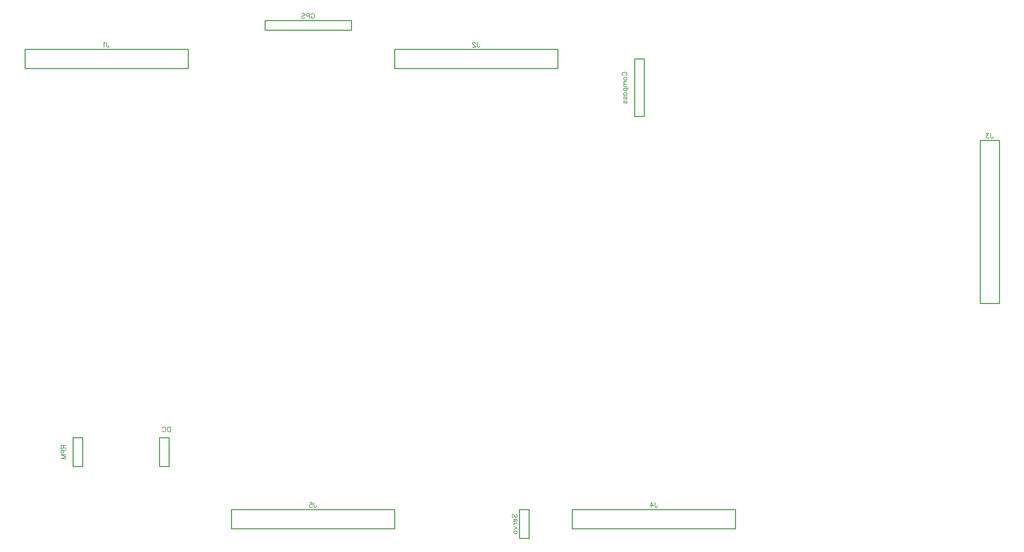
<source format=gbr>
G04 DipTrace 3.3.1.3*
G04 BottomSilk.gbr*
%MOIN*%
G04 #@! TF.FileFunction,Legend,Bot*
G04 #@! TF.Part,Single*
%ADD10C,0.009843*%
%ADD93C,0.00772*%
%FSLAX26Y26*%
G04*
G70*
G90*
G75*
G01*
G04 BotSilk*
%LPD*%
X7824014Y6100760D2*
D10*
X7924016D1*
Y5500815D1*
X7824014D1*
Y6100760D1*
X2974021Y1850806D2*
X2874016D1*
Y2150769D1*
X2974021D1*
Y1850806D1*
X3974000Y6400786D2*
X4874031D1*
Y6500787D1*
X3974000D1*
Y6400786D1*
X3174016Y6200787D2*
X1474016D1*
Y6000787D1*
X3174016D1*
Y6200787D1*
X7024016D2*
X5324016D1*
Y6000787D1*
X7024016D1*
Y6200787D1*
X11624016Y3550787D2*
X11424016D1*
Y5250787D1*
X11624016D1*
Y3550787D1*
X7174016Y1200787D2*
X8874016D1*
Y1400787D1*
X7174016D1*
Y1200787D1*
X3624016D2*
X5324016D1*
Y1400787D1*
X3624016D1*
Y1200787D1*
X1974011Y2150769D2*
X2074016D1*
Y1850806D1*
X1974011D1*
Y2150769D1*
X6724021Y1100806D2*
X6624016D1*
Y1400769D1*
X6724021D1*
Y1100806D1*
X7707810Y5926085D2*
D93*
X7703056Y5928462D1*
X7698248Y5933270D1*
X7695871Y5938024D1*
Y5947585D1*
X7698248Y5952394D1*
X7703056Y5957147D1*
X7707810Y5959579D1*
X7714995Y5961955D1*
X7726988D1*
X7734118Y5959579D1*
X7738926Y5957147D1*
X7743680Y5952394D1*
X7746111Y5947585D1*
Y5938024D1*
X7743680Y5933270D1*
X7738926Y5928462D1*
X7734118Y5926085D1*
X7712618Y5898708D2*
X7714995Y5903461D1*
X7719803Y5908269D1*
X7726988Y5910646D1*
X7731741D1*
X7738926Y5908269D1*
X7743680Y5903461D1*
X7746111Y5898708D1*
Y5891523D1*
X7743680Y5886714D1*
X7738926Y5881961D1*
X7731741Y5879529D1*
X7726988D1*
X7719803Y5881961D1*
X7714995Y5886714D1*
X7712618Y5891523D1*
Y5898708D1*
Y5864090D2*
X7746111D1*
X7722180D2*
X7714995Y5856905D1*
X7712618Y5852097D1*
Y5844967D1*
X7714995Y5840158D1*
X7722180Y5837782D1*
X7746111D1*
X7722180D2*
X7714995Y5830597D1*
X7712618Y5825788D1*
Y5818659D1*
X7714995Y5813850D1*
X7722180Y5811418D1*
X7746111D1*
X7712618Y5795979D2*
X7762858D1*
X7719803D2*
X7715050Y5791171D1*
X7712618Y5786417D1*
Y5779232D1*
X7715050Y5774424D1*
X7719803Y5769671D1*
X7726988Y5767239D1*
X7731797D1*
X7738926Y5769671D1*
X7743735Y5774424D1*
X7746111Y5779232D1*
Y5786417D1*
X7743735Y5791171D1*
X7738926Y5795979D1*
X7712618Y5723115D2*
X7746111D1*
X7719803D2*
X7714995Y5727868D1*
X7712618Y5732676D1*
Y5739806D1*
X7714995Y5744615D1*
X7719803Y5749368D1*
X7726988Y5751800D1*
X7731741D1*
X7738926Y5749368D1*
X7743680Y5744615D1*
X7746111Y5739806D1*
Y5732676D1*
X7743680Y5727868D1*
X7738926Y5723115D1*
X7719803Y5681367D2*
X7714995Y5683744D1*
X7712618Y5690929D1*
Y5698114D1*
X7714995Y5705299D1*
X7719803Y5707675D1*
X7724556Y5705299D1*
X7726988Y5700490D1*
X7729365Y5688552D1*
X7731741Y5683744D1*
X7736550Y5681367D1*
X7738926D1*
X7743680Y5683744D1*
X7746111Y5690929D1*
Y5698114D1*
X7743680Y5705299D1*
X7738926Y5707675D1*
X7719803Y5639620D2*
X7714995Y5641996D1*
X7712618Y5649181D1*
Y5656366D1*
X7714995Y5663551D1*
X7719803Y5665928D1*
X7724556Y5663551D1*
X7726988Y5658743D1*
X7729365Y5646805D1*
X7731741Y5641996D1*
X7736550Y5639620D1*
X7738926D1*
X7743680Y5641996D1*
X7746111Y5649181D1*
Y5656366D1*
X7743680Y5663551D1*
X7738926Y5665928D1*
X2991417Y2263381D2*
Y2213141D1*
X2974670D1*
X2967485Y2215572D1*
X2962677Y2220326D1*
X2960300Y2225134D1*
X2957924Y2232264D1*
Y2244257D1*
X2960300Y2251442D1*
X2962677Y2256196D1*
X2967485Y2261004D1*
X2974670Y2263381D1*
X2991417D1*
X2906614Y2251442D2*
X2908991Y2256196D1*
X2913800Y2261004D1*
X2918553Y2263381D1*
X2928114D1*
X2932923Y2261004D1*
X2937676Y2256196D1*
X2940108Y2251442D1*
X2942484Y2244257D1*
Y2232264D1*
X2940108Y2225134D1*
X2937676Y2220326D1*
X2932923Y2215572D1*
X2928114Y2213141D1*
X2918553D1*
X2913800Y2215572D1*
X2908991Y2220326D1*
X2906614Y2225134D1*
X4455013Y6562072D2*
X4457390Y6566825D1*
X4462198Y6571634D1*
X4466952Y6574010D1*
X4476513D1*
X4481322Y6571634D1*
X4486075Y6566825D1*
X4488507Y6562072D1*
X4490883Y6554887D1*
Y6542894D1*
X4488507Y6535764D1*
X4486075Y6530956D1*
X4481322Y6526202D1*
X4476513Y6523770D1*
X4466952D1*
X4462198Y6526202D1*
X4457390Y6530956D1*
X4455013Y6535764D1*
Y6542894D1*
X4466952D1*
X4439574Y6547702D2*
X4418019D1*
X4410889Y6550079D1*
X4408457Y6552511D1*
X4406081Y6557264D1*
Y6564449D1*
X4408457Y6569202D1*
X4410889Y6571634D1*
X4418019Y6574010D1*
X4439574D1*
Y6523770D1*
X4357148Y6566825D2*
X4361901Y6571634D1*
X4369086Y6574010D1*
X4378648D1*
X4385833Y6571634D1*
X4390642Y6566825D1*
Y6562072D1*
X4388210Y6557264D1*
X4385833Y6554887D1*
X4381080Y6552511D1*
X4366710Y6547702D1*
X4361901Y6545326D1*
X4359525Y6542894D1*
X4357148Y6538141D1*
Y6530956D1*
X4361901Y6526202D1*
X4369086Y6523770D1*
X4378648D1*
X4385833Y6526202D1*
X4390642Y6530956D1*
X2325766Y6274010D2*
Y6235764D1*
X2328143Y6228579D1*
X2330575Y6226202D1*
X2335328Y6223770D1*
X2340136D1*
X2344890Y6226202D1*
X2347266Y6228579D1*
X2349698Y6235764D1*
Y6240517D1*
X2310327Y6264394D2*
X2305519Y6266825D1*
X2298334Y6273955D1*
Y6223770D1*
X6186516Y6274010D2*
Y6235764D1*
X6188893Y6228579D1*
X6191325Y6226202D1*
X6196078Y6223770D1*
X6200886D1*
X6205639Y6226202D1*
X6208016Y6228579D1*
X6210448Y6235764D1*
Y6240517D1*
X6168645Y6262017D2*
Y6264394D1*
X6166268Y6269202D1*
X6163892Y6271579D1*
X6159083Y6273955D1*
X6149522D1*
X6144769Y6271579D1*
X6142392Y6269202D1*
X6139960Y6264394D1*
Y6259640D1*
X6142392Y6254832D1*
X6147145Y6247702D1*
X6171077Y6223770D1*
X6137584D1*
X11536516Y5324010D2*
Y5285764D1*
X11538893Y5278579D1*
X11541325Y5276202D1*
X11546078Y5273770D1*
X11550886D1*
X11555639Y5276202D1*
X11558016Y5278579D1*
X11560448Y5285764D1*
Y5290517D1*
X11516268Y5323955D2*
X11490015D1*
X11504330Y5304832D1*
X11497145D1*
X11492392Y5302455D1*
X11490015Y5300079D1*
X11487584Y5292894D1*
Y5288141D1*
X11490015Y5280956D1*
X11494769Y5276147D1*
X11501954Y5273770D1*
X11509139D1*
X11516268Y5276147D1*
X11518645Y5278579D1*
X11521077Y5283332D1*
X8037704Y1474010D2*
Y1435764D1*
X8040081Y1428579D1*
X8042513Y1426202D1*
X8047266Y1423770D1*
X8052075D1*
X8056828Y1426202D1*
X8059204Y1428579D1*
X8061636Y1435764D1*
Y1440517D1*
X7998334Y1423770D2*
Y1473955D1*
X8022265Y1440517D1*
X7986395D1*
X4486516Y1474010D2*
Y1435764D1*
X4488893Y1428579D1*
X4491325Y1426202D1*
X4496078Y1423770D1*
X4500886D1*
X4505639Y1426202D1*
X4508016Y1428579D1*
X4510448Y1435764D1*
Y1440517D1*
X4442392Y1473955D2*
X4466268D1*
X4468645Y1452455D1*
X4466268Y1454832D1*
X4459083Y1457264D1*
X4451954D1*
X4444769Y1454832D1*
X4439960Y1450079D1*
X4437584Y1442894D1*
Y1438141D1*
X4439960Y1430956D1*
X4444769Y1426147D1*
X4451954Y1423770D1*
X4459083D1*
X4466268Y1426147D1*
X4468645Y1428579D1*
X4471077Y1433332D1*
X1874724Y2068843D2*
Y2047343D1*
X1872293Y2040158D1*
X1869916Y2037727D1*
X1865163Y2035350D1*
X1860354D1*
X1855601Y2037727D1*
X1853169Y2040158D1*
X1850793Y2047343D1*
Y2068843D1*
X1901033D1*
X1874724Y2052097D2*
X1901033Y2035350D1*
X1877101Y2019911D2*
Y1998356D1*
X1874724Y1991226D1*
X1872293Y1988794D1*
X1867539Y1986417D1*
X1860354D1*
X1855601Y1988794D1*
X1853169Y1991226D1*
X1850793Y1998356D1*
Y2019911D1*
X1901033D1*
Y1932732D2*
X1850793D1*
X1901033Y1951855D1*
X1850793Y1970978D1*
X1901033D1*
X6557978Y1318752D2*
X6553169Y1323505D1*
X6550793Y1330690D1*
Y1340252D1*
X6553169Y1347437D1*
X6557978Y1352245D1*
X6562731D1*
X6567539Y1349813D1*
X6569916Y1347437D1*
X6572293Y1342683D1*
X6577101Y1328313D1*
X6579478Y1323505D1*
X6581909Y1321128D1*
X6586663Y1318752D1*
X6593848D1*
X6598601Y1323505D1*
X6601033Y1330690D1*
Y1340252D1*
X6598601Y1347437D1*
X6593848Y1352245D1*
X6581909Y1303313D2*
Y1274628D1*
X6577101D1*
X6572293Y1277004D1*
X6569916Y1279381D1*
X6567539Y1284189D1*
Y1291374D1*
X6569916Y1296127D1*
X6574724Y1300936D1*
X6581909Y1303313D1*
X6586663D1*
X6593848Y1300936D1*
X6598601Y1296127D1*
X6601033Y1291374D1*
Y1284189D1*
X6598601Y1279381D1*
X6593848Y1274628D1*
X6567539Y1259188D2*
X6601033D1*
X6581909D2*
X6574724Y1256757D1*
X6569916Y1252003D1*
X6567539Y1247195D1*
Y1240010D1*
Y1224571D2*
X6601033Y1210201D1*
X6567539Y1195886D1*
Y1168508D2*
X6569916Y1173262D1*
X6574724Y1178070D1*
X6581909Y1180447D1*
X6586663D1*
X6593848Y1178070D1*
X6598601Y1173261D1*
X6601033Y1168508D1*
Y1161323D1*
X6598601Y1156515D1*
X6593848Y1151762D1*
X6586663Y1149330D1*
X6581909D1*
X6574724Y1151762D1*
X6569916Y1156515D1*
X6567539Y1161323D1*
Y1168508D1*
M02*

</source>
